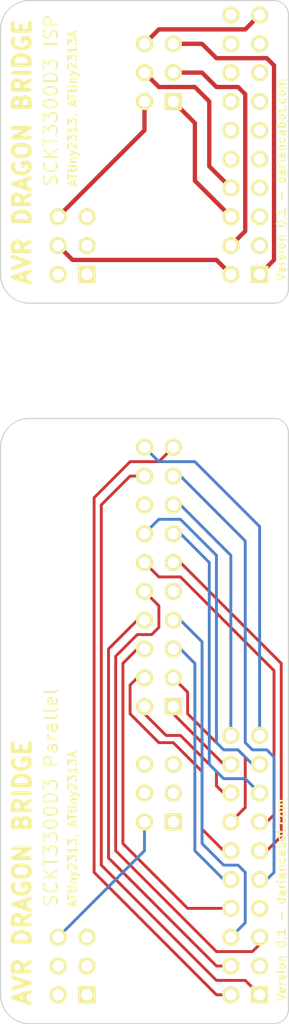
<source format=kicad_pcb>
(kicad_pcb (version 3) (host pcbnew "(2013-07-07 BZR 4022)-stable")

  (general
    (links 26)
    (no_connects 0)
    (area 180.289999 74.879999 205.790001 101.650001)
    (thickness 1.6)
    (drawings 24)
    (tracks 157)
    (zones 0)
    (modules 7)
    (nets 27)
  )

  (page A3)
  (layers
    (15 F.Cu signal)
    (0 B.Cu signal)
    (16 B.Adhes user)
    (17 F.Adhes user)
    (18 B.Paste user)
    (19 F.Paste user)
    (20 B.SilkS user)
    (21 F.SilkS user)
    (22 B.Mask user)
    (23 F.Mask user)
    (24 Dwgs.User user)
    (25 Cmts.User user)
    (26 Eco1.User user)
    (27 Eco2.User user)
    (28 Edge.Cuts user)
  )

  (setup
    (last_trace_width 0.254)
    (user_trace_width 0.254)
    (user_trace_width 0.381)
    (user_trace_width 0.508)
    (user_trace_width 0.635)
    (user_trace_width 0.762)
    (user_trace_width 0.889)
    (user_trace_width 1.016)
    (user_trace_width 1.143)
    (user_trace_width 1.27)
    (trace_clearance 0.254)
    (zone_clearance 0.508)
    (zone_45_only no)
    (trace_min 0.2286)
    (segment_width 0.2)
    (edge_width 0.1)
    (via_size 0.889)
    (via_drill 0.635)
    (via_min_size 0.889)
    (via_min_drill 0.508)
    (uvia_size 0.508)
    (uvia_drill 0.127)
    (uvias_allowed no)
    (uvia_min_size 0.508)
    (uvia_min_drill 0.127)
    (pcb_text_width 0.3)
    (pcb_text_size 1.5 1.5)
    (mod_edge_width 0.381)
    (mod_text_size 1 1)
    (mod_text_width 0.15)
    (pad_size 1.5 1.5)
    (pad_drill 0.6)
    (pad_to_mask_clearance 0)
    (aux_axis_origin 0 0)
    (visible_elements 7FFFFFBF)
    (pcbplotparams
      (layerselection 3178497)
      (usegerberextensions true)
      (excludeedgelayer true)
      (linewidth 0.150000)
      (plotframeref false)
      (viasonmask false)
      (mode 1)
      (useauxorigin false)
      (hpglpennumber 1)
      (hpglpenspeed 20)
      (hpglpendiameter 15)
      (hpglpenoverlay 2)
      (psnegative false)
      (psa4output false)
      (plotreference true)
      (plotvalue true)
      (plotothertext true)
      (plotinvisibletext false)
      (padsonsilk false)
      (subtractmaskfromsilk false)
      (outputformat 1)
      (mirror false)
      (drillshape 1)
      (scaleselection 1)
      (outputdirectory ""))
  )

  (net 0 "")
  (net 1 N-00000129)
  (net 2 N-00000130)
  (net 3 N-00000131)
  (net 4 N-00000132)
  (net 5 N-00000133)
  (net 6 N-00000134)
  (net 7 N-00000135)
  (net 8 N-00000137)
  (net 9 N-00000141)
  (net 10 N-00000142)
  (net 11 N-00000143)
  (net 12 N-00000167)
  (net 13 N-00000168)
  (net 14 N-00000169)
  (net 15 N-00000170)
  (net 16 N-00000171)
  (net 17 N-00000172)
  (net 18 N-00000173)
  (net 19 N-00000180)
  (net 20 N-0000083)
  (net 21 N-0000084)
  (net 22 N-0000092)
  (net 23 N-0000093)
  (net 24 N-0000094)
  (net 25 N-0000095)
  (net 26 N-0000096)

  (net_class Default "This is the default net class."
    (clearance 0.254)
    (trace_width 0.254)
    (via_dia 0.889)
    (via_drill 0.635)
    (uvia_dia 0.508)
    (uvia_drill 0.127)
    (add_net "")
    (add_net N-00000129)
    (add_net N-00000130)
    (add_net N-00000131)
    (add_net N-00000132)
    (add_net N-00000133)
    (add_net N-00000134)
    (add_net N-00000135)
    (add_net N-00000137)
    (add_net N-00000141)
    (add_net N-00000142)
    (add_net N-00000143)
    (add_net N-00000167)
    (add_net N-00000168)
    (add_net N-00000169)
    (add_net N-00000170)
    (add_net N-00000171)
    (add_net N-00000172)
    (add_net N-00000173)
    (add_net N-00000180)
    (add_net N-0000083)
    (add_net N-0000084)
    (add_net N-0000092)
    (add_net N-0000093)
    (add_net N-0000094)
    (add_net N-0000095)
    (add_net N-0000096)
  )

  (module pin_array_10x2 (layer F.Cu) (tedit 535E42B3) (tstamp 535E3795)
    (at 193.04 125.73 90)
    (descr "Double rangee de contacts 2 x 10 pins")
    (tags CONN)
    (path /535E21B4/535E21C6)
    (fp_text reference P13 (at 0 -3.81 90) (layer F.SilkS) hide
      (effects (font (size 1.016 1.016) (thickness 0.254)))
    )
    (fp_text value HV_PROG_HEADER_IL (at 0 3.81 90) (layer F.SilkS) hide
      (effects (font (size 1.016 1.016) (thickness 0.2032)))
    )
    (pad 1 thru_hole rect (at -11.43 1.27 90) (size 1.524 1.524) (drill 1.016)
      (layers *.Cu *.Mask F.SilkS)
      (net 18 N-00000173)
    )
    (pad 2 thru_hole circle (at -11.43 -1.27 90) (size 1.524 1.524) (drill 1.016)
      (layers *.Cu *.Mask F.SilkS)
      (net 17 N-00000172)
    )
    (pad 3 thru_hole circle (at -8.89 1.27 90) (size 1.524 1.524) (drill 1.016)
      (layers *.Cu *.Mask F.SilkS)
      (net 16 N-00000171)
    )
    (pad 4 thru_hole circle (at -8.89 -1.27 90) (size 1.524 1.524) (drill 1.016)
      (layers *.Cu *.Mask F.SilkS)
      (net 12 N-00000167)
    )
    (pad 5 thru_hole circle (at -6.35 1.27 90) (size 1.524 1.524) (drill 1.016)
      (layers *.Cu *.Mask F.SilkS)
      (net 15 N-00000170)
    )
    (pad 6 thru_hole circle (at -6.35 -1.27 90) (size 1.524 1.524) (drill 1.016)
      (layers *.Cu *.Mask F.SilkS)
      (net 14 N-00000169)
    )
    (pad 7 thru_hole circle (at -3.81 1.27 90) (size 1.524 1.524) (drill 1.016)
      (layers *.Cu *.Mask F.SilkS)
      (net 13 N-00000168)
    )
    (pad 8 thru_hole circle (at -3.81 -1.27 90) (size 1.524 1.524) (drill 1.016)
      (layers *.Cu *.Mask F.SilkS)
      (net 7 N-00000135)
    )
    (pad 9 thru_hole circle (at -1.27 1.27 90) (size 1.524 1.524) (drill 1.016)
      (layers *.Cu *.Mask F.SilkS)
    )
    (pad 10 thru_hole circle (at -1.27 -1.27 90) (size 1.524 1.524) (drill 1.016)
      (layers *.Cu *.Mask F.SilkS)
      (net 6 N-00000134)
    )
    (pad 11 thru_hole circle (at 1.27 1.27 90) (size 1.524 1.524) (drill 1.016)
      (layers *.Cu *.Mask F.SilkS)
      (net 5 N-00000133)
    )
    (pad 12 thru_hole circle (at 1.27 -1.27 90) (size 1.524 1.524) (drill 1.016)
      (layers *.Cu *.Mask F.SilkS)
      (net 2 N-00000130)
    )
    (pad 13 thru_hole circle (at 3.81 1.27 90) (size 1.524 1.524) (drill 1.016)
      (layers *.Cu *.Mask F.SilkS)
      (net 1 N-00000129)
    )
    (pad 14 thru_hole circle (at 3.81 -1.27 90) (size 1.524 1.524) (drill 1.016)
      (layers *.Cu *.Mask F.SilkS)
      (net 4 N-00000132)
    )
    (pad 15 thru_hole circle (at 6.35 1.27 90) (size 1.524 1.524) (drill 1.016)
      (layers *.Cu *.Mask F.SilkS)
      (net 3 N-00000131)
    )
    (pad 16 thru_hole circle (at 6.35 -1.27 90) (size 1.524 1.524) (drill 1.016)
      (layers *.Cu *.Mask F.SilkS)
    )
    (pad 17 thru_hole circle (at 8.89 1.27 90) (size 1.524 1.524) (drill 1.016)
      (layers *.Cu *.Mask F.SilkS)
      (net 11 N-00000143)
    )
    (pad 18 thru_hole circle (at 8.89 -1.27 90) (size 1.524 1.524) (drill 1.016)
      (layers *.Cu *.Mask F.SilkS)
      (net 8 N-00000137)
    )
    (pad 19 thru_hole circle (at 11.43 1.27 90) (size 1.524 1.524) (drill 1.016)
      (layers *.Cu *.Mask F.SilkS)
      (net 10 N-00000142)
    )
    (pad 20 thru_hole circle (at 11.43 -1.27 90) (size 1.524 1.524) (drill 1.016)
      (layers *.Cu *.Mask F.SilkS)
      (net 9 N-00000141)
    )
    (model pin_array/pins_array_12x2.wrl
      (at (xyz 0 0 0))
      (scale (xyz 1 1 1))
      (rotate (xyz 0 0 0))
    )
  )

  (module pin_array_3x2 (layer F.Cu) (tedit 535E42A6) (tstamp 535E3779)
    (at 185.42 160.02 90)
    (descr "Double rangee de contacts 2 x 4 pins")
    (tags CONN)
    (path /535E21B4/535E21CC)
    (fp_text reference P14 (at 0 -3.81 90) (layer F.SilkS) hide
      (effects (font (size 1.016 1.016) (thickness 0.2032)))
    )
    (fp_text value VCC_HEADER_IL (at 0 3.81 90) (layer F.SilkS) hide
      (effects (font (size 1.016 1.016) (thickness 0.2032)))
    )
    (pad 1 thru_hole rect (at -2.54 1.27 90) (size 1.524 1.524) (drill 1.016)
      (layers *.Cu *.Mask F.SilkS)
    )
    (pad 2 thru_hole circle (at -2.54 -1.27 90) (size 1.524 1.524) (drill 1.016)
      (layers *.Cu *.Mask F.SilkS)
    )
    (pad 3 thru_hole circle (at 0 1.27 90) (size 1.524 1.524) (drill 1.016)
      (layers *.Cu *.Mask F.SilkS)
    )
    (pad 4 thru_hole circle (at 0 -1.27 90) (size 1.524 1.524) (drill 1.016)
      (layers *.Cu *.Mask F.SilkS)
    )
    (pad 5 thru_hole circle (at 2.54 1.27 90) (size 1.524 1.524) (drill 1.016)
      (layers *.Cu *.Mask F.SilkS)
    )
    (pad 6 thru_hole circle (at 2.54 -1.27 90) (size 1.524 1.524) (drill 1.016)
      (layers *.Cu *.Mask F.SilkS)
      (net 19 N-00000180)
    )
    (model pin_array/pins_array_3x2.wrl
      (at (xyz 0 0 0))
      (scale (xyz 1 1 1))
      (rotate (xyz 0 0 0))
    )
  )

  (module pin_array_3x2 (layer F.Cu) (tedit 535E4299) (tstamp 535E376B)
    (at 193.04 144.78 90)
    (descr "Double rangee de contacts 2 x 4 pins")
    (tags CONN)
    (path /535E21B4/535E21C0)
    (fp_text reference P11 (at 0 -3.81 90) (layer F.SilkS) hide
      (effects (font (size 1.016 1.016) (thickness 0.2032)))
    )
    (fp_text value ISP_HEADER_IL (at 0 3.81 90) (layer F.SilkS) hide
      (effects (font (size 1.016 1.016) (thickness 0.2032)))
    )
    (pad 1 thru_hole rect (at -2.54 1.27 90) (size 1.524 1.524) (drill 1.016)
      (layers *.Cu *.Mask F.SilkS)
    )
    (pad 2 thru_hole circle (at -2.54 -1.27 90) (size 1.524 1.524) (drill 1.016)
      (layers *.Cu *.Mask F.SilkS)
      (net 19 N-00000180)
    )
    (pad 3 thru_hole circle (at 0 1.27 90) (size 1.524 1.524) (drill 1.016)
      (layers *.Cu *.Mask F.SilkS)
    )
    (pad 4 thru_hole circle (at 0 -1.27 90) (size 1.524 1.524) (drill 1.016)
      (layers *.Cu *.Mask F.SilkS)
    )
    (pad 5 thru_hole circle (at 2.54 1.27 90) (size 1.524 1.524) (drill 1.016)
      (layers *.Cu *.Mask F.SilkS)
    )
    (pad 6 thru_hole circle (at 2.54 -1.27 90) (size 1.524 1.524) (drill 1.016)
      (layers *.Cu *.Mask F.SilkS)
    )
    (model pin_array/pins_array_3x2.wrl
      (at (xyz 0 0 0))
      (scale (xyz 1 1 1))
      (rotate (xyz 0 0 0))
    )
  )

  (module MCU_10X2 (layer F.Cu) (tedit 535E428B) (tstamp 535E37B1)
    (at 200.66 151.13 90)
    (descr "Microcontroller 2 x 10 pins")
    (tags CONN)
    (path /535E21B4/535E21BA)
    (fp_text reference P15 (at 0 -3.81 90) (layer F.SilkS) hide
      (effects (font (size 1.016 1.016) (thickness 0.254)))
    )
    (fp_text value EXPAND_HEADER_IL (at 0 3.81 90) (layer F.SilkS) hide
      (effects (font (size 1.016 1.016) (thickness 0.2032)))
    )
    (pad 1 thru_hole rect (at -11.43 1.27 90) (size 1.524 1.524) (drill 1.016)
      (layers *.Cu *.Mask F.SilkS)
      (net 8 N-00000137)
    )
    (pad 2 thru_hole circle (at -8.89 1.27 90) (size 1.524 1.524) (drill 1.016)
      (layers *.Cu *.Mask F.SilkS)
    )
    (pad 11 thru_hole circle (at 11.43 -1.27 90) (size 1.524 1.524) (drill 1.016)
      (layers *.Cu *.Mask F.SilkS)
      (net 3 N-00000131)
    )
    (pad 4 thru_hole circle (at -3.81 1.27 90) (size 1.524 1.524) (drill 1.016)
      (layers *.Cu *.Mask F.SilkS)
    )
    (pad 13 thru_hole circle (at 6.35 -1.27 90) (size 1.524 1.524) (drill 1.016)
      (layers *.Cu *.Mask F.SilkS)
      (net 17 N-00000172)
    )
    (pad 6 thru_hole circle (at 1.27 1.27 90) (size 1.524 1.524) (drill 1.016)
      (layers *.Cu *.Mask F.SilkS)
      (net 5 N-00000133)
    )
    (pad 15 thru_hole circle (at 1.27 -1.27 90) (size 1.524 1.524) (drill 1.016)
      (layers *.Cu *.Mask F.SilkS)
      (net 12 N-00000167)
    )
    (pad 8 thru_hole circle (at 6.35 1.27 90) (size 1.524 1.524) (drill 1.016)
      (layers *.Cu *.Mask F.SilkS)
      (net 1 N-00000129)
    )
    (pad 17 thru_hole circle (at -3.81 -1.27 90) (size 1.524 1.524) (drill 1.016)
      (layers *.Cu *.Mask F.SilkS)
      (net 14 N-00000169)
    )
    (pad 10 thru_hole circle (at 11.43 1.27 90) (size 1.524 1.524) (drill 1.016)
      (layers *.Cu *.Mask F.SilkS)
      (net 9 N-00000141)
    )
    (pad 19 thru_hole circle (at -8.89 -1.27 90) (size 1.524 1.524) (drill 1.016)
      (layers *.Cu *.Mask F.SilkS)
      (net 7 N-00000135)
    )
    (pad 12 thru_hole circle (at 8.89 -1.27 90) (size 1.524 1.524) (drill 1.016)
      (layers *.Cu *.Mask F.SilkS)
      (net 18 N-00000173)
    )
    (pad 14 thru_hole circle (at 3.81 -1.27 90) (size 1.524 1.524) (drill 1.016)
      (layers *.Cu *.Mask F.SilkS)
      (net 16 N-00000171)
    )
    (pad 16 thru_hole circle (at -1.27 -1.27 90) (size 1.524 1.524) (drill 1.016)
      (layers *.Cu *.Mask F.SilkS)
      (net 15 N-00000170)
    )
    (pad 18 thru_hole circle (at -6.35 -1.27 90) (size 1.524 1.524) (drill 1.016)
      (layers *.Cu *.Mask F.SilkS)
      (net 13 N-00000168)
    )
    (pad 20 thru_hole circle (at -11.43 -1.27 90) (size 1.524 1.524) (drill 1.016)
      (layers *.Cu *.Mask F.SilkS)
      (net 10 N-00000142)
    )
    (pad 3 thru_hole circle (at -6.35 1.27 90) (size 1.524 1.524) (drill 1.016)
      (layers *.Cu *.Mask F.SilkS)
      (net 6 N-00000134)
    )
    (pad 5 thru_hole circle (at -1.27 1.27 90) (size 1.524 1.524) (drill 1.016)
      (layers *.Cu *.Mask F.SilkS)
      (net 11 N-00000143)
    )
    (pad 7 thru_hole circle (at 3.81 1.27 90) (size 1.524 1.524) (drill 1.016)
      (layers *.Cu *.Mask F.SilkS)
      (net 2 N-00000130)
    )
    (pad 9 thru_hole circle (at 8.89 1.27 90) (size 1.524 1.524) (drill 1.016)
      (layers *.Cu *.Mask F.SilkS)
      (net 4 N-00000132)
    )
    (model pin_array/pins_array_20x2.wrl
      (at (xyz 0 0 0))
      (scale (xyz 1 1 1))
      (rotate (xyz 0 0 0))
    )
  )

  (module MCU_10X2 (layer F.Cu) (tedit 535E343B) (tstamp 535E32A8)
    (at 200.66 87.63 90)
    (descr "Microcontroller 2 x 10 pins")
    (tags CONN)
    (path /535E2066/535E206C)
    (fp_text reference P10 (at 0 -3.81 90) (layer F.SilkS) hide
      (effects (font (size 1.016 1.016) (thickness 0.254)))
    )
    (fp_text value EXPAND_HEADER_IL (at 0 3.81 90) (layer F.SilkS) hide
      (effects (font (size 1.016 1.016) (thickness 0.2032)))
    )
    (pad 1 thru_hole rect (at -11.43 1.27 90) (size 1.524 1.524) (drill 1.016)
      (layers *.Cu *.Mask F.SilkS)
      (net 21 N-0000084)
    )
    (pad 2 thru_hole circle (at -8.89 1.27 90) (size 1.524 1.524) (drill 1.016)
      (layers *.Cu *.Mask F.SilkS)
    )
    (pad 11 thru_hole circle (at 11.43 -1.27 90) (size 1.524 1.524) (drill 1.016)
      (layers *.Cu *.Mask F.SilkS)
    )
    (pad 4 thru_hole circle (at -3.81 1.27 90) (size 1.524 1.524) (drill 1.016)
      (layers *.Cu *.Mask F.SilkS)
    )
    (pad 13 thru_hole circle (at 6.35 -1.27 90) (size 1.524 1.524) (drill 1.016)
      (layers *.Cu *.Mask F.SilkS)
    )
    (pad 6 thru_hole circle (at 1.27 1.27 90) (size 1.524 1.524) (drill 1.016)
      (layers *.Cu *.Mask F.SilkS)
    )
    (pad 15 thru_hole circle (at 1.27 -1.27 90) (size 1.524 1.524) (drill 1.016)
      (layers *.Cu *.Mask F.SilkS)
    )
    (pad 8 thru_hole circle (at 6.35 1.27 90) (size 1.524 1.524) (drill 1.016)
      (layers *.Cu *.Mask F.SilkS)
    )
    (pad 17 thru_hole circle (at -3.81 -1.27 90) (size 1.524 1.524) (drill 1.016)
      (layers *.Cu *.Mask F.SilkS)
      (net 23 N-0000093)
    )
    (pad 10 thru_hole circle (at 11.43 1.27 90) (size 1.524 1.524) (drill 1.016)
      (layers *.Cu *.Mask F.SilkS)
      (net 20 N-0000083)
    )
    (pad 19 thru_hole circle (at -8.89 -1.27 90) (size 1.524 1.524) (drill 1.016)
      (layers *.Cu *.Mask F.SilkS)
      (net 24 N-0000094)
    )
    (pad 12 thru_hole circle (at 8.89 -1.27 90) (size 1.524 1.524) (drill 1.016)
      (layers *.Cu *.Mask F.SilkS)
    )
    (pad 14 thru_hole circle (at 3.81 -1.27 90) (size 1.524 1.524) (drill 1.016)
      (layers *.Cu *.Mask F.SilkS)
    )
    (pad 16 thru_hole circle (at -1.27 -1.27 90) (size 1.524 1.524) (drill 1.016)
      (layers *.Cu *.Mask F.SilkS)
    )
    (pad 18 thru_hole circle (at -6.35 -1.27 90) (size 1.524 1.524) (drill 1.016)
      (layers *.Cu *.Mask F.SilkS)
      (net 25 N-0000095)
    )
    (pad 20 thru_hole circle (at -11.43 -1.27 90) (size 1.524 1.524) (drill 1.016)
      (layers *.Cu *.Mask F.SilkS)
      (net 26 N-0000096)
    )
    (pad 3 thru_hole circle (at -6.35 1.27 90) (size 1.524 1.524) (drill 1.016)
      (layers *.Cu *.Mask F.SilkS)
    )
    (pad 5 thru_hole circle (at -1.27 1.27 90) (size 1.524 1.524) (drill 1.016)
      (layers *.Cu *.Mask F.SilkS)
    )
    (pad 7 thru_hole circle (at 3.81 1.27 90) (size 1.524 1.524) (drill 1.016)
      (layers *.Cu *.Mask F.SilkS)
    )
    (pad 9 thru_hole circle (at 8.89 1.27 90) (size 1.524 1.524) (drill 1.016)
      (layers *.Cu *.Mask F.SilkS)
    )
    (model pin_array/pins_array_20x2.wrl
      (at (xyz 0 0 0))
      (scale (xyz 1 1 1))
      (rotate (xyz 0 0 0))
    )
  )

  (module pin_array_3x2 (layer F.Cu) (tedit 535E3430) (tstamp 535E2394)
    (at 193.04 81.28 90)
    (descr "Double rangee de contacts 2 x 4 pins")
    (tags CONN)
    (path /535E2066/535E2072)
    (fp_text reference P6 (at 0 -3.81 90) (layer F.SilkS) hide
      (effects (font (size 1.016 1.016) (thickness 0.2032)))
    )
    (fp_text value ISP_HEADER_IL (at 0 3.81 90) (layer F.SilkS) hide
      (effects (font (size 1.016 1.016) (thickness 0.2032)))
    )
    (pad 1 thru_hole rect (at -2.54 1.27 90) (size 1.524 1.524) (drill 1.016)
      (layers *.Cu *.Mask F.SilkS)
      (net 25 N-0000095)
    )
    (pad 2 thru_hole circle (at -2.54 -1.27 90) (size 1.524 1.524) (drill 1.016)
      (layers *.Cu *.Mask F.SilkS)
      (net 22 N-0000092)
    )
    (pad 3 thru_hole circle (at 0 1.27 90) (size 1.524 1.524) (drill 1.016)
      (layers *.Cu *.Mask F.SilkS)
      (net 24 N-0000094)
    )
    (pad 4 thru_hole circle (at 0 -1.27 90) (size 1.524 1.524) (drill 1.016)
      (layers *.Cu *.Mask F.SilkS)
      (net 23 N-0000093)
    )
    (pad 5 thru_hole circle (at 2.54 1.27 90) (size 1.524 1.524) (drill 1.016)
      (layers *.Cu *.Mask F.SilkS)
      (net 21 N-0000084)
    )
    (pad 6 thru_hole circle (at 2.54 -1.27 90) (size 1.524 1.524) (drill 1.016)
      (layers *.Cu *.Mask F.SilkS)
      (net 20 N-0000083)
    )
    (model pin_array/pins_array_3x2.wrl
      (at (xyz 0 0 0))
      (scale (xyz 1 1 1))
      (rotate (xyz 0 0 0))
    )
  )

  (module pin_array_3x2 (layer F.Cu) (tedit 535E3420) (tstamp 535E23A2)
    (at 185.42 96.52 90)
    (descr "Double rangee de contacts 2 x 4 pins")
    (tags CONN)
    (path /535E2066/535E207E)
    (fp_text reference P9 (at 0 -3.81 90) (layer F.SilkS) hide
      (effects (font (size 1.016 1.016) (thickness 0.2032)))
    )
    (fp_text value VCC_HEADER_IL (at 0 3.81 90) (layer F.SilkS) hide
      (effects (font (size 1.016 1.016) (thickness 0.2032)))
    )
    (pad 1 thru_hole rect (at -2.54 1.27 90) (size 1.524 1.524) (drill 1.016)
      (layers *.Cu *.Mask F.SilkS)
    )
    (pad 2 thru_hole circle (at -2.54 -1.27 90) (size 1.524 1.524) (drill 1.016)
      (layers *.Cu *.Mask F.SilkS)
    )
    (pad 3 thru_hole circle (at 0 1.27 90) (size 1.524 1.524) (drill 1.016)
      (layers *.Cu *.Mask F.SilkS)
    )
    (pad 4 thru_hole circle (at 0 -1.27 90) (size 1.524 1.524) (drill 1.016)
      (layers *.Cu *.Mask F.SilkS)
      (net 26 N-0000096)
    )
    (pad 5 thru_hole circle (at 2.54 1.27 90) (size 1.524 1.524) (drill 1.016)
      (layers *.Cu *.Mask F.SilkS)
    )
    (pad 6 thru_hole circle (at 2.54 -1.27 90) (size 1.524 1.524) (drill 1.016)
      (layers *.Cu *.Mask F.SilkS)
      (net 22 N-0000092)
    )
    (model pin_array/pins_array_3x2.wrl
      (at (xyz 0 0 0))
      (scale (xyz 1 1 1))
      (rotate (xyz 0 0 0))
    )
  )

  (gr_text "ATtiny2313, ATtiny2313A" (at 185.42 154.94 90) (layer F.SilkS)
    (effects (font (size 0.75 0.75) (thickness 0.15)) (justify left))
  )
  (gr_text "SCKT3300D3 Parallel" (at 183.515 154.94 90) (layer F.SilkS)
    (effects (font (size 1.2 1.2) (thickness 0.15)) (justify left))
  )
  (gr_text "AVR DRAGON BRIDGE" (at 180.975 151.765 90) (layer F.SilkS)
    (effects (font (size 1.5 1.5) (thickness 0.35)))
  )
  (gr_text "Version 0.1 - dariancabot.com" (at 203.835 163.195 90) (layer F.SilkS)
    (effects (font (size 0.75 0.75) (thickness 0.15)) (justify left))
  )
  (gr_arc (start 181.61 162.56) (end 181.61 165.1) (angle 90) (layer Edge.Cuts) (width 0.1))
  (gr_arc (start 203.2 163.83) (end 204.47 163.83) (angle 90) (layer Edge.Cuts) (width 0.1))
  (gr_arc (start 203.2 113.03) (end 203.2 111.76) (angle 90) (layer Edge.Cuts) (width 0.1))
  (gr_arc (start 181.61 114.3) (end 179.07 114.3) (angle 90) (layer Edge.Cuts) (width 0.1))
  (gr_line (start 179.07 114.3) (end 179.07 162.56) (angle 90) (layer Edge.Cuts) (width 0.1))
  (gr_line (start 181.61 111.76) (end 203.2 111.76) (angle 90) (layer Edge.Cuts) (width 0.1))
  (gr_line (start 203.2 165.1) (end 181.61 165.1) (angle 90) (layer Edge.Cuts) (width 0.1))
  (gr_line (start 204.47 113.03) (end 204.47 163.83) (angle 90) (layer Edge.Cuts) (width 0.1))
  (gr_text "Version 0.1 - dariancabot.com" (at 203.835 99.695 90) (layer F.SilkS)
    (effects (font (size 0.75 0.75) (thickness 0.15)) (justify left))
  )
  (gr_text "ATtiny2313, ATtiny2313A" (at 185.42 91.44 90) (layer F.SilkS)
    (effects (font (size 0.75 0.75) (thickness 0.15)) (justify left))
  )
  (gr_line (start 204.47 76.2) (end 204.47 100.33) (angle 90) (layer Edge.Cuts) (width 0.1))
  (gr_line (start 179.07 99.06) (end 179.07 77.47) (angle 90) (layer Edge.Cuts) (width 0.1))
  (gr_line (start 181.61 101.6) (end 203.2 101.6) (angle 90) (layer Edge.Cuts) (width 0.1))
  (gr_arc (start 203.2 100.33) (end 204.47 100.33) (angle 90) (layer Edge.Cuts) (width 0.1))
  (gr_line (start 181.61 74.93) (end 203.2 74.93) (angle 90) (layer Edge.Cuts) (width 0.1))
  (gr_arc (start 181.61 77.47) (end 179.07 77.47) (angle 90) (layer Edge.Cuts) (width 0.1))
  (gr_text "AVR DRAGON BRIDGE" (at 180.975 88.265 90) (layer F.SilkS)
    (effects (font (size 1.5 1.5) (thickness 0.35)))
  )
  (gr_text "SCKT3300D3 ISP" (at 183.515 91.44 90) (layer F.SilkS)
    (effects (font (size 1.2 1.2) (thickness 0.15)) (justify left))
  )
  (gr_arc (start 203.2 76.2) (end 203.2 74.93) (angle 90) (layer Edge.Cuts) (width 0.1))
  (gr_arc (start 181.61 99.06) (end 181.61 101.6) (angle 90) (layer Edge.Cuts) (width 0.1))

  (segment (start 201.93 144.78) (end 200.66 143.51) (width 0.254) (layer B.Cu) (net 1) (status 400000))
  (segment (start 194.945 121.92) (end 194.31 121.92) (width 0.254) (layer B.Cu) (net 1) (tstamp 535E4135) (status C00000))
  (segment (start 195.58 122.555) (end 194.945 121.92) (width 0.254) (layer B.Cu) (net 1) (tstamp 535E4134) (status 800000))
  (segment (start 195.58 122.555) (end 195.58 122.555) (width 0.254) (layer B.Cu) (net 1) (tstamp 535E4124))
  (segment (start 197.485 124.46) (end 195.58 122.555) (width 0.254) (layer B.Cu) (net 1) (tstamp 535E4123))
  (segment (start 197.485 142.24) (end 197.485 124.46) (width 0.254) (layer B.Cu) (net 1) (tstamp 535E4122))
  (segment (start 198.755 143.51) (end 197.485 142.24) (width 0.254) (layer B.Cu) (net 1) (tstamp 535E4120))
  (segment (start 200.66 143.51) (end 198.755 143.51) (width 0.254) (layer B.Cu) (net 1) (tstamp 535E411A))
  (segment (start 191.77 124.46) (end 193.04 125.73) (width 0.254) (layer F.Cu) (net 2) (status 400000))
  (segment (start 202.565 147.32) (end 201.93 147.32) (width 0.254) (layer F.Cu) (net 2) (tstamp 535E4052) (status C00000))
  (segment (start 203.2 146.685) (end 202.565 147.32) (width 0.254) (layer F.Cu) (net 2) (tstamp 535E404F) (status 800000))
  (segment (start 203.2 146.05) (end 203.2 146.685) (width 0.254) (layer F.Cu) (net 2) (tstamp 535E404B))
  (segment (start 203.2 133.985) (end 203.2 146.05) (width 0.254) (layer F.Cu) (net 2) (tstamp 535E403D))
  (segment (start 194.945 125.73) (end 203.2 133.985) (width 0.254) (layer F.Cu) (net 2) (tstamp 535E403C))
  (segment (start 193.04 125.73) (end 194.945 125.73) (width 0.254) (layer F.Cu) (net 2) (tstamp 535E403B))
  (segment (start 194.31 119.38) (end 194.945 119.38) (width 0.254) (layer B.Cu) (net 3))
  (segment (start 199.39 123.825) (end 199.39 139.7) (width 0.254) (layer B.Cu) (net 3) (tstamp 535E3F4E))
  (segment (start 194.945 119.38) (end 199.39 123.825) (width 0.254) (layer B.Cu) (net 3) (tstamp 535E3F4D))
  (segment (start 201.93 142.24) (end 201.295 142.24) (width 0.254) (layer B.Cu) (net 4) (status C00000))
  (segment (start 201.295 142.24) (end 200.025 140.97) (width 0.254) (layer B.Cu) (net 4))
  (segment (start 193.04 120.65) (end 191.77 121.92) (width 0.254) (layer B.Cu) (net 4) (tstamp 535E414A) (status 800000))
  (segment (start 194.945 120.65) (end 193.04 120.65) (width 0.254) (layer B.Cu) (net 4) (tstamp 535E4149))
  (segment (start 196.215 121.92) (end 194.945 120.65) (width 0.254) (layer B.Cu) (net 4) (tstamp 535E4147))
  (segment (start 196.215 121.92) (end 196.215 121.92) (width 0.254) (layer B.Cu) (net 4) (tstamp 535E4146))
  (segment (start 198.12 123.825) (end 196.215 121.92) (width 0.254) (layer B.Cu) (net 4) (tstamp 535E4143))
  (segment (start 198.12 140.335) (end 198.12 123.825) (width 0.254) (layer B.Cu) (net 4) (tstamp 535E4142))
  (segment (start 198.755 140.97) (end 198.12 140.335) (width 0.254) (layer B.Cu) (net 4) (tstamp 535E4141))
  (segment (start 200.025 140.97) (end 198.755 140.97) (width 0.254) (layer B.Cu) (net 4) (tstamp 535E413E))
  (segment (start 194.31 124.46) (end 194.31 124.46) (width 0.254) (layer F.Cu) (net 5))
  (segment (start 194.945 124.46) (end 194.31 124.46) (width 0.254) (layer F.Cu) (net 5))
  (segment (start 194.945 124.46) (end 196.85 126.365) (width 0.254) (layer F.Cu) (net 5))
  (segment (start 202.565 149.86) (end 201.93 149.86) (width 0.254) (layer F.Cu) (net 5) (tstamp 535E3BA9))
  (segment (start 203.835 148.59) (end 202.565 149.86) (width 0.254) (layer F.Cu) (net 5) (tstamp 535E3BA6))
  (segment (start 203.835 133.35) (end 203.835 148.59) (width 0.254) (layer F.Cu) (net 5) (tstamp 535E3BA2))
  (segment (start 196.85 126.365) (end 203.835 133.35) (width 0.254) (layer F.Cu) (net 5) (tstamp 535E3B99))
  (segment (start 196.85 126.365) (end 196.85 126.365) (width 0.254) (layer F.Cu) (net 5) (tstamp 535E3B94))
  (segment (start 191.77 127) (end 191.77 127) (width 0.254) (layer F.Cu) (net 6) (status C00000))
  (segment (start 201.93 158.115) (end 201.93 157.48) (width 0.254) (layer F.Cu) (net 6) (tstamp 535E3E97))
  (segment (start 201.295 158.75) (end 201.93 158.115) (width 0.254) (layer F.Cu) (net 6) (tstamp 535E3E95))
  (segment (start 198.12 158.75) (end 201.295 158.75) (width 0.254) (layer F.Cu) (net 6) (tstamp 535E3E8E))
  (segment (start 189.23 149.86) (end 198.12 158.75) (width 0.254) (layer F.Cu) (net 6) (tstamp 535E3E8A))
  (segment (start 189.23 132.715) (end 189.23 149.86) (width 0.254) (layer F.Cu) (net 6) (tstamp 535E3E87))
  (segment (start 191.135 130.81) (end 189.23 132.715) (width 0.254) (layer F.Cu) (net 6) (tstamp 535E3E85))
  (segment (start 192.405 130.81) (end 191.135 130.81) (width 0.254) (layer F.Cu) (net 6) (tstamp 535E3E84))
  (segment (start 193.04 130.175) (end 192.405 130.81) (width 0.254) (layer F.Cu) (net 6) (tstamp 535E3E83))
  (segment (start 193.04 128.27) (end 193.04 130.175) (width 0.254) (layer F.Cu) (net 6) (tstamp 535E3E80))
  (segment (start 191.77 127) (end 193.04 128.27) (width 0.254) (layer F.Cu) (net 6) (tstamp 535E3E7D) (status 400000))
  (segment (start 191.77 129.54) (end 191.135 129.54) (width 0.254) (layer F.Cu) (net 7))
  (segment (start 188.595 148.59) (end 188.595 150.495) (width 0.254) (layer F.Cu) (net 7) (tstamp 535E3E59))
  (segment (start 188.595 132.08) (end 188.595 148.59) (width 0.254) (layer F.Cu) (net 7) (tstamp 535E3E57))
  (segment (start 191.135 129.54) (end 188.595 132.08) (width 0.254) (layer F.Cu) (net 7) (tstamp 535E3E55))
  (segment (start 198.12 160.02) (end 199.39 160.02) (width 0.254) (layer F.Cu) (net 7) (tstamp 535E3B4B))
  (segment (start 188.595 150.495) (end 198.12 160.02) (width 0.254) (layer F.Cu) (net 7) (tstamp 535E3B49))
  (segment (start 188.595 150.495) (end 188.595 150.495) (width 0.254) (layer F.Cu) (net 7) (tstamp 535E3B47))
  (segment (start 191.77 116.84) (end 190.5 116.84) (width 0.254) (layer F.Cu) (net 8))
  (segment (start 200.66 161.29) (end 201.93 162.56) (width 0.254) (layer F.Cu) (net 8) (tstamp 535E3EE8))
  (segment (start 198.12 161.29) (end 200.66 161.29) (width 0.254) (layer F.Cu) (net 8) (tstamp 535E3EE6))
  (segment (start 187.96 151.13) (end 198.12 161.29) (width 0.254) (layer F.Cu) (net 8) (tstamp 535E3EE2))
  (segment (start 187.96 119.38) (end 187.96 151.13) (width 0.254) (layer F.Cu) (net 8) (tstamp 535E3EDD))
  (segment (start 190.5 116.84) (end 187.96 119.38) (width 0.254) (layer F.Cu) (net 8) (tstamp 535E3ED9))
  (segment (start 191.77 114.3) (end 193.04 115.57) (width 0.254) (layer B.Cu) (net 9) (status 400000))
  (segment (start 201.93 121.285) (end 201.93 139.7) (width 0.254) (layer B.Cu) (net 9) (tstamp 535E41AC) (status 800000))
  (segment (start 196.215 115.57) (end 201.93 121.285) (width 0.254) (layer B.Cu) (net 9) (tstamp 535E41A6))
  (segment (start 193.04 115.57) (end 196.215 115.57) (width 0.254) (layer B.Cu) (net 9) (tstamp 535E41A5))
  (segment (start 199.39 162.56) (end 198.12 162.56) (width 0.254) (layer F.Cu) (net 10))
  (segment (start 193.04 115.57) (end 194.31 114.3) (width 0.254) (layer F.Cu) (net 10) (tstamp 535E3EF6))
  (segment (start 190.5 115.57) (end 193.04 115.57) (width 0.254) (layer F.Cu) (net 10) (tstamp 535E3EF4))
  (segment (start 187.325 118.745) (end 190.5 115.57) (width 0.254) (layer F.Cu) (net 10) (tstamp 535E3EF1))
  (segment (start 187.325 151.765) (end 187.325 118.745) (width 0.254) (layer F.Cu) (net 10) (tstamp 535E3EEE))
  (segment (start 198.12 162.56) (end 187.325 151.765) (width 0.254) (layer F.Cu) (net 10) (tstamp 535E3EEC))
  (segment (start 202.565 140.97) (end 201.295 140.97) (width 0.254) (layer B.Cu) (net 11))
  (segment (start 202.565 152.4) (end 203.2 151.765) (width 0.254) (layer B.Cu) (net 11) (tstamp 535E4156) (status 400000))
  (segment (start 203.2 151.765) (end 203.2 141.605) (width 0.254) (layer B.Cu) (net 11) (tstamp 535E415E))
  (segment (start 203.2 141.605) (end 202.565 140.97) (width 0.254) (layer B.Cu) (net 11) (tstamp 535E4162))
  (segment (start 201.93 152.4) (end 202.565 152.4) (width 0.254) (layer B.Cu) (net 11) (status C00000))
  (segment (start 194.945 116.84) (end 194.31 116.84) (width 0.254) (layer B.Cu) (net 11) (tstamp 535E4186) (status C00000))
  (segment (start 200.66 122.555) (end 194.945 116.84) (width 0.254) (layer B.Cu) (net 11) (tstamp 535E417E) (status 800000))
  (segment (start 200.66 140.335) (end 200.66 122.555) (width 0.254) (layer B.Cu) (net 11) (tstamp 535E417D))
  (segment (start 201.295 140.97) (end 200.66 140.335) (width 0.254) (layer B.Cu) (net 11) (tstamp 535E417C))
  (segment (start 191.77 134.62) (end 191.135 134.62) (width 0.254) (layer F.Cu) (net 12))
  (segment (start 198.755 149.86) (end 199.39 149.86) (width 0.254) (layer F.Cu) (net 12) (tstamp 535E3A59))
  (segment (start 196.85 147.955) (end 198.755 149.86) (width 0.254) (layer F.Cu) (net 12) (tstamp 535E3A58))
  (segment (start 196.85 142.875) (end 196.85 147.955) (width 0.254) (layer F.Cu) (net 12) (tstamp 535E3A54))
  (segment (start 194.31 140.335) (end 196.85 142.875) (width 0.254) (layer F.Cu) (net 12) (tstamp 535E3A51))
  (segment (start 193.04 140.335) (end 194.31 140.335) (width 0.254) (layer F.Cu) (net 12) (tstamp 535E3A50))
  (segment (start 193.04 140.335) (end 193.04 140.335) (width 0.254) (layer F.Cu) (net 12) (tstamp 535E3A48))
  (segment (start 191.135 138.43) (end 193.04 140.335) (width 0.254) (layer F.Cu) (net 12) (tstamp 535E3A46))
  (segment (start 190.5 137.795) (end 191.135 138.43) (width 0.254) (layer F.Cu) (net 12) (tstamp 535E3A45))
  (segment (start 190.5 135.255) (end 190.5 137.795) (width 0.254) (layer F.Cu) (net 12) (tstamp 535E3A43))
  (segment (start 191.135 134.62) (end 190.5 135.255) (width 0.254) (layer F.Cu) (net 12) (tstamp 535E3A3F))
  (segment (start 199.39 157.48) (end 200.66 156.21) (width 0.254) (layer B.Cu) (net 13) (status 400000))
  (segment (start 194.945 129.54) (end 194.31 129.54) (width 0.254) (layer B.Cu) (net 13) (tstamp 535E420C) (status C00000))
  (segment (start 196.85 131.445) (end 194.945 129.54) (width 0.254) (layer B.Cu) (net 13) (tstamp 535E4208) (status 800000))
  (segment (start 196.85 149.225) (end 196.85 131.445) (width 0.254) (layer B.Cu) (net 13) (tstamp 535E4204))
  (segment (start 198.755 151.13) (end 196.85 149.225) (width 0.254) (layer B.Cu) (net 13) (tstamp 535E4201))
  (segment (start 200.025 151.13) (end 198.755 151.13) (width 0.254) (layer B.Cu) (net 13) (tstamp 535E4200))
  (segment (start 200.66 151.765) (end 200.025 151.13) (width 0.254) (layer B.Cu) (net 13) (tstamp 535E41FD))
  (segment (start 200.66 156.21) (end 200.66 151.765) (width 0.254) (layer B.Cu) (net 13) (tstamp 535E41FB))
  (segment (start 191.77 132.08) (end 191.135 132.08) (width 0.254) (layer F.Cu) (net 14))
  (segment (start 195.58 154.94) (end 199.39 154.94) (width 0.254) (layer F.Cu) (net 14) (tstamp 535E3EB6))
  (segment (start 189.865 149.225) (end 195.58 154.94) (width 0.254) (layer F.Cu) (net 14) (tstamp 535E3EAA))
  (segment (start 189.865 133.35) (end 189.865 149.225) (width 0.254) (layer F.Cu) (net 14) (tstamp 535E3EA4))
  (segment (start 191.135 132.08) (end 189.865 133.35) (width 0.254) (layer F.Cu) (net 14) (tstamp 535E3EA2))
  (segment (start 194.31 132.08) (end 194.945 132.08) (width 0.254) (layer B.Cu) (net 15))
  (segment (start 196.215 133.35) (end 196.215 149.86) (width 0.254) (layer B.Cu) (net 15) (tstamp 535E3C9D))
  (segment (start 196.215 149.86) (end 198.755 152.4) (width 0.254) (layer B.Cu) (net 15) (tstamp 535E3CA5))
  (segment (start 198.755 152.4) (end 199.39 152.4) (width 0.254) (layer B.Cu) (net 15) (tstamp 535E3CAB))
  (segment (start 194.945 132.08) (end 196.215 133.35) (width 0.254) (layer B.Cu) (net 15))
  (segment (start 194.31 134.62) (end 195.58 135.89) (width 0.254) (layer F.Cu) (net 16))
  (segment (start 199.39 147.32) (end 199.39 147.32) (width 0.254) (layer F.Cu) (net 16) (tstamp 535E3A0F))
  (segment (start 200.66 146.05) (end 199.39 147.32) (width 0.254) (layer F.Cu) (net 16) (tstamp 535E3A0E))
  (segment (start 200.66 141.605) (end 200.66 146.05) (width 0.254) (layer F.Cu) (net 16) (tstamp 535E3A0C))
  (segment (start 200.025 140.97) (end 200.66 141.605) (width 0.254) (layer F.Cu) (net 16) (tstamp 535E3A0B))
  (segment (start 198.755 140.97) (end 200.025 140.97) (width 0.254) (layer F.Cu) (net 16) (tstamp 535E3A08))
  (segment (start 195.58 137.795) (end 198.755 140.97) (width 0.254) (layer F.Cu) (net 16) (tstamp 535E3A01))
  (segment (start 195.58 135.89) (end 195.58 137.795) (width 0.254) (layer F.Cu) (net 16) (tstamp 535E39FE))
  (segment (start 198.12 142.875) (end 198.12 144.145) (width 0.254) (layer F.Cu) (net 17))
  (segment (start 198.755 144.78) (end 199.39 144.78) (width 0.254) (layer F.Cu) (net 17) (tstamp 535E3FE0) (status C00000))
  (segment (start 198.12 144.145) (end 198.755 144.78) (width 0.254) (layer F.Cu) (net 17) (tstamp 535E3FDC) (status 800000))
  (segment (start 191.77 137.16) (end 191.77 137.16) (width 0.254) (layer F.Cu) (net 17))
  (segment (start 194.945 139.7) (end 198.12 142.875) (width 0.254) (layer F.Cu) (net 17) (tstamp 535E3A37))
  (segment (start 193.675 139.7) (end 194.945 139.7) (width 0.254) (layer F.Cu) (net 17) (tstamp 535E3A36))
  (segment (start 191.77 137.795) (end 193.675 139.7) (width 0.254) (layer F.Cu) (net 17) (tstamp 535E3A33))
  (segment (start 191.77 137.16) (end 191.77 137.795) (width 0.254) (layer F.Cu) (net 17) (tstamp 535E3A30) (status 400000))
  (segment (start 194.31 137.16) (end 194.31 137.795) (width 0.254) (layer F.Cu) (net 18))
  (segment (start 198.755 142.24) (end 199.39 142.24) (width 0.254) (layer F.Cu) (net 18) (tstamp 535E39FB))
  (segment (start 194.31 137.795) (end 198.755 142.24) (width 0.254) (layer F.Cu) (net 18) (tstamp 535E39F6))
  (segment (start 184.15 157.48) (end 191.77 149.86) (width 0.254) (layer B.Cu) (net 19))
  (segment (start 191.77 149.86) (end 191.77 147.32) (width 0.254) (layer B.Cu) (net 19) (tstamp 535E3F2A))
  (segment (start 191.77 78.74) (end 193.04 77.47) (width 0.381) (layer F.Cu) (net 20))
  (segment (start 200.66 77.47) (end 201.93 76.2) (width 0.381) (layer F.Cu) (net 20) (tstamp 535E32E2))
  (segment (start 193.04 77.47) (end 200.66 77.47) (width 0.381) (layer F.Cu) (net 20) (tstamp 535E32E1))
  (segment (start 194.31 78.74) (end 196.85 78.74) (width 0.381) (layer F.Cu) (net 21))
  (segment (start 203.2 97.79) (end 201.93 99.06) (width 0.381) (layer F.Cu) (net 21) (tstamp 535E358E))
  (segment (start 203.2 80.645) (end 203.2 97.79) (width 0.381) (layer F.Cu) (net 21) (tstamp 535E358D))
  (segment (start 202.565 80.01) (end 203.2 80.645) (width 0.381) (layer F.Cu) (net 21) (tstamp 535E358C))
  (segment (start 198.12 80.01) (end 202.565 80.01) (width 0.381) (layer F.Cu) (net 21) (tstamp 535E358B))
  (segment (start 196.85 78.74) (end 198.12 80.01) (width 0.381) (layer F.Cu) (net 21) (tstamp 535E358A))
  (segment (start 184.15 93.98) (end 191.77 86.36) (width 0.381) (layer F.Cu) (net 22))
  (segment (start 191.77 86.36) (end 191.77 83.82) (width 0.381) (layer F.Cu) (net 22) (tstamp 535E33BE))
  (segment (start 191.77 81.28) (end 193.04 82.55) (width 0.381) (layer F.Cu) (net 23))
  (segment (start 197.485 89.535) (end 199.39 91.44) (width 0.381) (layer F.Cu) (net 23) (tstamp 535E33E4))
  (segment (start 197.485 83.82) (end 197.485 89.535) (width 0.381) (layer F.Cu) (net 23) (tstamp 535E33E3))
  (segment (start 196.215 82.55) (end 197.485 83.82) (width 0.381) (layer F.Cu) (net 23) (tstamp 535E33E2))
  (segment (start 193.04 82.55) (end 196.215 82.55) (width 0.381) (layer F.Cu) (net 23) (tstamp 535E33E1))
  (segment (start 199.39 96.52) (end 200.66 95.25) (width 0.381) (layer F.Cu) (net 24))
  (segment (start 196.85 81.28) (end 194.31 81.28) (width 0.381) (layer F.Cu) (net 24) (tstamp 535E33B2))
  (segment (start 198.12 82.55) (end 196.85 81.28) (width 0.381) (layer F.Cu) (net 24) (tstamp 535E33B1))
  (segment (start 200.025 82.55) (end 198.12 82.55) (width 0.381) (layer F.Cu) (net 24) (tstamp 535E33B0))
  (segment (start 200.66 83.185) (end 200.025 82.55) (width 0.381) (layer F.Cu) (net 24) (tstamp 535E33AF))
  (segment (start 200.66 95.25) (end 200.66 83.185) (width 0.381) (layer F.Cu) (net 24) (tstamp 535E33AE))
  (segment (start 194.31 83.82) (end 196.215 85.725) (width 0.381) (layer F.Cu) (net 25))
  (segment (start 196.215 90.805) (end 199.39 93.98) (width 0.381) (layer F.Cu) (net 25) (tstamp 535E33EA))
  (segment (start 196.215 85.725) (end 196.215 90.805) (width 0.381) (layer F.Cu) (net 25) (tstamp 535E33E9))
  (segment (start 184.15 96.52) (end 185.42 97.79) (width 0.381) (layer F.Cu) (net 26))
  (segment (start 198.12 97.79) (end 199.39 99.06) (width 0.381) (layer F.Cu) (net 26) (tstamp 535E33CB))
  (segment (start 185.42 97.79) (end 198.12 97.79) (width 0.381) (layer F.Cu) (net 26) (tstamp 535E33CA))

)

</source>
